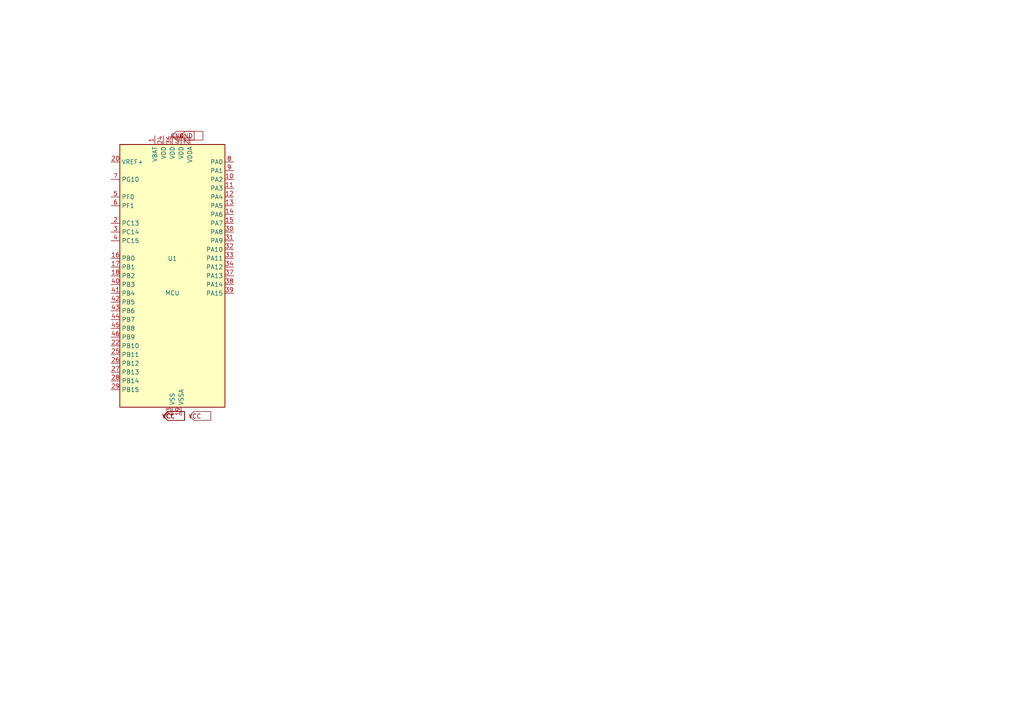
<source format=kicad_sch>
(kicad_sch (version 20231120) (generator "nexus_ee_design")
  (paper "A4")
  (lib_symbols
    (symbol "STM32G431CBTxZ"
      (property "Reference" "U" (at -15.24 39.37 0))
      (property "Value" "STM32G431CBTxZ" (at 7.62 39.37 0))
      (symbol "STM32G431CBTxZ_0_1"
        (rectangle (start -15.24 -38.1) (end 15.24 38.1) (stroke (width 0.254)) (fill (type background)))
      )
      (symbol "STM32G431CBTxZ_1_1"
        (pin input line (at -17.78 33.02 0) (length 2.54) (name "VREF+") (number "20"))
        (pin bidirectional line (at -17.78 27.94 0) (length 2.54) (name "PG10") (number "7"))
        (pin bidirectional line (at -17.78 22.86 0) (length 2.54) (name "PF0") (number "5"))
        (pin bidirectional line (at -17.78 20.32 0) (length 2.54) (name "PF1") (number "6"))
        (pin bidirectional line (at -17.78 15.24 0) (length 2.54) (name "PC13") (number "2"))
        (pin bidirectional line (at -17.78 12.7 0) (length 2.54) (name "PC14") (number "3"))
        (pin bidirectional line (at -17.78 10.16 0) (length 2.54) (name "PC15") (number "4"))
        (pin bidirectional line (at -17.78 5.08 0) (length 2.54) (name "PB0") (number "16"))
        (pin bidirectional line (at -17.78 2.54 0) (length 2.54) (name "PB1") (number "17"))
        (pin bidirectional line (at -17.78 0 0) (length 2.54) (name "PB2") (number "18"))
        (pin bidirectional line (at -17.78 -2.54 0) (length 2.54) (name "PB3") (number "40"))
        (pin bidirectional line (at -17.78 -5.08 0) (length 2.54) (name "PB4") (number "41"))
        (pin bidirectional line (at -17.78 -7.62 0) (length 2.54) (name "PB5") (number "42"))
        (pin bidirectional line (at -17.78 -10.16 0) (length 2.54) (name "PB6") (number "43"))
        (pin bidirectional line (at -17.78 -12.7 0) (length 2.54) (name "PB7") (number "44"))
        (pin bidirectional line (at -17.78 -15.24 0) (length 2.54) (name "PB8") (number "45"))
        (pin bidirectional line (at -17.78 -17.78 0) (length 2.54) (name "PB9") (number "46"))
        (pin bidirectional line (at -17.78 -20.32 0) (length 2.54) (name "PB10") (number "22"))
        (pin bidirectional line (at -17.78 -22.86 0) (length 2.54) (name "PB11") (number "25"))
        (pin bidirectional line (at -17.78 -25.4 0) (length 2.54) (name "PB12") (number "26"))
        (pin bidirectional line (at -17.78 -27.94 0) (length 2.54) (name "PB13") (number "27"))
        (pin bidirectional line (at -17.78 -30.48 0) (length 2.54) (name "PB14") (number "28"))
        (pin bidirectional line (at -17.78 -33.02 0) (length 2.54) (name "PB15") (number "29"))
        (pin power_in line (at -5.08 40.64 270) (length 2.54) (name "VBAT") (number "1"))
        (pin power_in line (at -2.54 40.64 270) (length 2.54) (name "VDD") (number "24"))
        (pin power_in line (at 0 40.64 270) (length 2.54) (name "VDD") (number "36"))
        (pin power_in line (at 0 -40.64 90) (length 2.54) (name "VSS") (number "23"))
        (pin passive line (at 0 -40.64 90) (length 2.54) (hide yes) (name "VSS") (number "35"))
        (pin passive line (at 0 -40.64 90) (length 2.54) (hide yes) (name "VSS") (number "47"))
        (pin power_in line (at 2.54 40.64 270) (length 2.54) (name "VDD") (number "48"))
        (pin power_in line (at 2.54 -40.64 90) (length 2.54) (name "VSSA") (number "19"))
        (pin power_in line (at 5.08 40.64 270) (length 2.54) (name "VDDA") (number "21"))
        (pin bidirectional line (at 17.78 33.02 180) (length 2.54) (name "PA0") (number "8"))
        (pin bidirectional line (at 17.78 30.48 180) (length 2.54) (name "PA1") (number "9"))
        (pin bidirectional line (at 17.78 27.94 180) (length 2.54) (name "PA2") (number "10"))
        (pin bidirectional line (at 17.78 25.4 180) (length 2.54) (name "PA3") (number "11"))
        (pin bidirectional line (at 17.78 22.86 180) (length 2.54) (name "PA4") (number "12"))
        (pin bidirectional line (at 17.78 20.32 180) (length 2.54) (name "PA5") (number "13"))
        (pin bidirectional line (at 17.78 17.78 180) (length 2.54) (name "PA6") (number "14"))
        (pin bidirectional line (at 17.78 15.24 180) (length 2.54) (name "PA7") (number "15"))
        (pin bidirectional line (at 17.78 12.7 180) (length 2.54) (name "PA8") (number "30"))
        (pin bidirectional line (at 17.78 10.16 180) (length 2.54) (name "PA9") (number "31"))
        (pin bidirectional line (at 17.78 7.62 180) (length 2.54) (name "PA10") (number "32"))
        (pin bidirectional line (at 17.78 5.08 180) (length 2.54) (name "PA11") (number "33"))
        (pin bidirectional line (at 17.78 2.54 180) (length 2.54) (name "PA12") (number "34"))
        (pin bidirectional line (at 17.78 0 180) (length 2.54) (name "PA13") (number "37"))
        (pin bidirectional line (at 17.78 -2.54 180) (length 2.54) (name "PA14") (number "38"))
        (pin bidirectional line (at 17.78 -5.08 180) (length 2.54) (name "PA15") (number "39"))
      )
    )
  )
  (symbol (lib_id "STM32G431CBTxZ") (at 50.0 80.0 0) (unit 1)
    (property "Reference" "U1" (at 50.0 75.0 0))
    (property "Value" "MCU" (at 50.0 85.0 0))
  )
  (global_label "VCC" (shape input) (at 47.46 120.64 0))
  (global_label "VCC" (shape input) (at 47.46 120.64 0))
  (global_label "GND" (shape input) (at 50.0 39.36 0))
  (global_label "VCC" (shape input) (at 47.46 120.64 0))
  (global_label "GND" (shape input) (at 52.54 39.36 0))
  (global_label "VCC" (shape input) (at 55.08 120.64 0))
)
</source>
